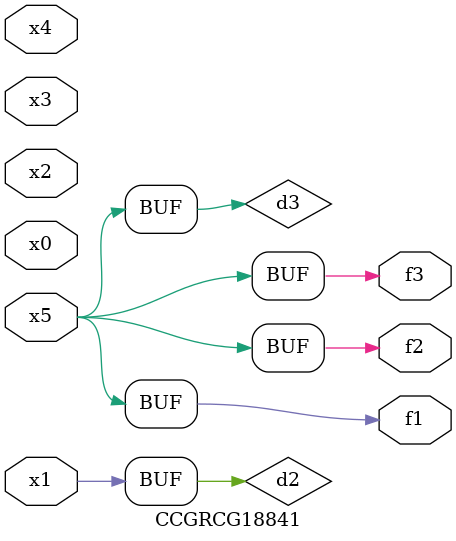
<source format=v>
module CCGRCG18841(
	input x0, x1, x2, x3, x4, x5,
	output f1, f2, f3
);

	wire d1, d2, d3;

	not (d1, x5);
	or (d2, x1);
	xnor (d3, d1);
	assign f1 = d3;
	assign f2 = d3;
	assign f3 = d3;
endmodule

</source>
